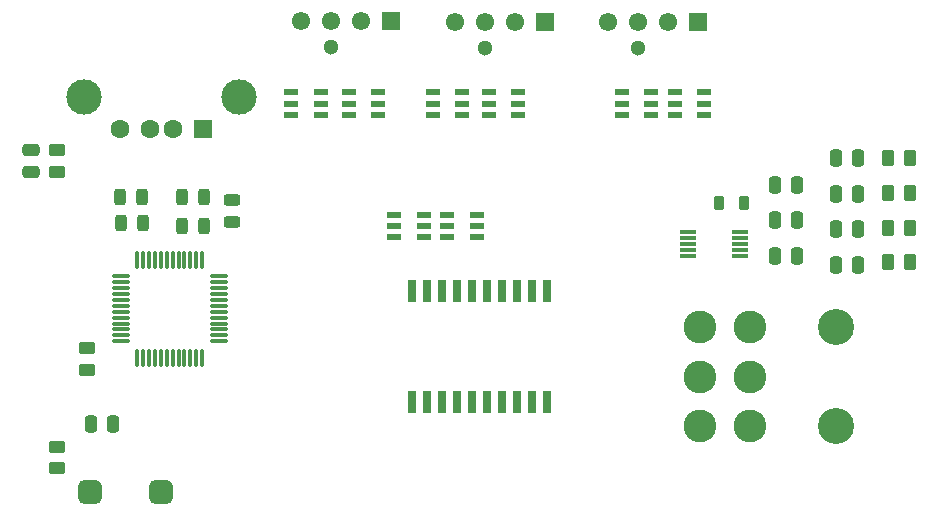
<source format=gbr>
%TF.GenerationSoftware,KiCad,Pcbnew,8.0.0*%
%TF.CreationDate,2024-03-19T18:53:14-05:00*%
%TF.ProjectId,playground,706c6179-6772-46f7-956e-642e6b696361,rev?*%
%TF.SameCoordinates,Original*%
%TF.FileFunction,Soldermask,Top*%
%TF.FilePolarity,Negative*%
%FSLAX46Y46*%
G04 Gerber Fmt 4.6, Leading zero omitted, Abs format (unit mm)*
G04 Created by KiCad (PCBNEW 8.0.0) date 2024-03-19 18:53:14*
%MOMM*%
%LPD*%
G01*
G04 APERTURE LIST*
G04 Aperture macros list*
%AMRoundRect*
0 Rectangle with rounded corners*
0 $1 Rounding radius*
0 $2 $3 $4 $5 $6 $7 $8 $9 X,Y pos of 4 corners*
0 Add a 4 corners polygon primitive as box body*
4,1,4,$2,$3,$4,$5,$6,$7,$8,$9,$2,$3,0*
0 Add four circle primitives for the rounded corners*
1,1,$1+$1,$2,$3*
1,1,$1+$1,$4,$5*
1,1,$1+$1,$6,$7*
1,1,$1+$1,$8,$9*
0 Add four rect primitives between the rounded corners*
20,1,$1+$1,$2,$3,$4,$5,0*
20,1,$1+$1,$4,$5,$6,$7,0*
20,1,$1+$1,$6,$7,$8,$9,0*
20,1,$1+$1,$8,$9,$2,$3,0*%
G04 Aperture macros list end*
%ADD10RoundRect,0.500000X-0.500000X-0.500000X0.500000X-0.500000X0.500000X0.500000X-0.500000X0.500000X0*%
%ADD11RoundRect,0.250000X-0.450000X0.262500X-0.450000X-0.262500X0.450000X-0.262500X0.450000X0.262500X0*%
%ADD12RoundRect,0.250000X-0.262500X-0.450000X0.262500X-0.450000X0.262500X0.450000X-0.262500X0.450000X0*%
%ADD13RoundRect,0.250000X-0.250000X-0.475000X0.250000X-0.475000X0.250000X0.475000X-0.250000X0.475000X0*%
%ADD14RoundRect,0.075000X0.075000X-0.662500X0.075000X0.662500X-0.075000X0.662500X-0.075000X-0.662500X0*%
%ADD15RoundRect,0.075000X0.662500X-0.075000X0.662500X0.075000X-0.662500X0.075000X-0.662500X-0.075000X0*%
%ADD16R,1.200000X0.600000*%
%ADD17RoundRect,0.218750X-0.218750X-0.381250X0.218750X-0.381250X0.218750X0.381250X-0.218750X0.381250X0*%
%ADD18C,3.050000*%
%ADD19C,2.775000*%
%ADD20RoundRect,0.243750X0.243750X0.456250X-0.243750X0.456250X-0.243750X-0.456250X0.243750X-0.456250X0*%
%ADD21C,1.300000*%
%ADD22R,1.530000X1.530000*%
%ADD23C,1.550000*%
%ADD24R,1.600000X1.500000*%
%ADD25C,1.600000*%
%ADD26C,3.000000*%
%ADD27R,0.700000X1.925000*%
%ADD28RoundRect,0.243750X-0.243750X-0.456250X0.243750X-0.456250X0.243750X0.456250X-0.243750X0.456250X0*%
%ADD29RoundRect,0.243750X0.456250X-0.243750X0.456250X0.243750X-0.456250X0.243750X-0.456250X-0.243750X0*%
%ADD30RoundRect,0.250000X-0.475000X0.250000X-0.475000X-0.250000X0.475000X-0.250000X0.475000X0.250000X0*%
%ADD31RoundRect,0.250000X0.450000X-0.262500X0.450000X0.262500X-0.450000X0.262500X-0.450000X-0.262500X0*%
%ADD32R,1.400000X0.300000*%
G04 APERTURE END LIST*
D10*
%TO.C,SW1*%
X108500000Y-95250000D03*
X114500000Y-95250000D03*
%TD*%
D11*
%TO.C,R3*%
X105750000Y-66337500D03*
X105750000Y-68162500D03*
%TD*%
D12*
%TO.C,R4*%
X176092500Y-66970000D03*
X177917500Y-66970000D03*
%TD*%
D13*
%TO.C,C8*%
X166475000Y-72260000D03*
X168375000Y-72260000D03*
%TD*%
D14*
%TO.C,U2*%
X112500000Y-83912500D03*
X113000000Y-83912500D03*
X113500000Y-83912500D03*
X114000000Y-83912500D03*
X114500000Y-83912500D03*
X115000000Y-83912500D03*
X115500000Y-83912500D03*
X116000000Y-83912500D03*
X116500000Y-83912500D03*
X117000000Y-83912500D03*
X117500000Y-83912500D03*
X118000000Y-83912500D03*
D15*
X119412500Y-82500000D03*
X119412500Y-82000000D03*
X119412500Y-81500000D03*
X119412500Y-81000000D03*
X119412500Y-80500000D03*
X119412500Y-80000000D03*
X119412500Y-79500000D03*
X119412500Y-79000000D03*
X119412500Y-78500000D03*
X119412500Y-78000000D03*
X119412500Y-77500000D03*
X119412500Y-77000000D03*
D14*
X118000000Y-75587500D03*
X117500000Y-75587500D03*
X117000000Y-75587500D03*
X116500000Y-75587500D03*
X116000000Y-75587500D03*
X115500000Y-75587500D03*
X115000000Y-75587500D03*
X114500000Y-75587500D03*
X114000000Y-75587500D03*
X113500000Y-75587500D03*
X113000000Y-75587500D03*
X112500000Y-75587500D03*
D15*
X111087500Y-77000000D03*
X111087500Y-77500000D03*
X111087500Y-78000000D03*
X111087500Y-78500000D03*
X111087500Y-79000000D03*
X111087500Y-79500000D03*
X111087500Y-80000000D03*
X111087500Y-80500000D03*
X111087500Y-81000000D03*
X111087500Y-81500000D03*
X111087500Y-82000000D03*
X111087500Y-82500000D03*
%TD*%
D16*
%TO.C,IC7*%
X138750000Y-71800000D03*
X138750000Y-72750000D03*
X138750000Y-73700000D03*
X141250000Y-73700000D03*
X141250000Y-72750000D03*
X141250000Y-71800000D03*
%TD*%
D17*
%TO.C,L1*%
X161750000Y-70750000D03*
X163875000Y-70750000D03*
%TD*%
D13*
%TO.C,C6*%
X171625000Y-76030000D03*
X173525000Y-76030000D03*
%TD*%
%TO.C,C9*%
X166475000Y-75270000D03*
X168375000Y-75270000D03*
%TD*%
D16*
%TO.C,IC8*%
X134250000Y-71800000D03*
X134250000Y-72750000D03*
X134250000Y-73700000D03*
X136750000Y-73700000D03*
X136750000Y-72750000D03*
X136750000Y-71800000D03*
%TD*%
D13*
%TO.C,C5*%
X171625000Y-73020000D03*
X173525000Y-73020000D03*
%TD*%
%TO.C,C3*%
X171625000Y-67000000D03*
X173525000Y-67000000D03*
%TD*%
D12*
%TO.C,R6*%
X176092500Y-72870000D03*
X177917500Y-72870000D03*
%TD*%
D18*
%TO.C,J6*%
X171644000Y-81300000D03*
X171644000Y-89700000D03*
D19*
X164344000Y-81300000D03*
X164344000Y-85500000D03*
X164344000Y-89700000D03*
X160144000Y-81300000D03*
X160144000Y-85500000D03*
X160144000Y-89700000D03*
%TD*%
D20*
%TO.C,D2*%
X118187500Y-72750000D03*
X116312500Y-72750000D03*
%TD*%
%TO.C,D3*%
X112937500Y-70250000D03*
X111062500Y-70250000D03*
%TD*%
D21*
%TO.C,J3*%
X141920000Y-57660000D03*
D22*
X147000000Y-55500000D03*
D23*
X144460000Y-55500000D03*
X141920000Y-55500000D03*
X139380000Y-55500000D03*
%TD*%
D24*
%TO.C,J7*%
X118070000Y-64510000D03*
D25*
X115570000Y-64510000D03*
X113570000Y-64510000D03*
X111070000Y-64510000D03*
D26*
X121140000Y-61800000D03*
X108000000Y-61800000D03*
%TD*%
D27*
%TO.C,IC9*%
X147160000Y-78250000D03*
X145890000Y-78250000D03*
X144620000Y-78250000D03*
X143350000Y-78250000D03*
X142080000Y-78250000D03*
X140810000Y-78250000D03*
X139540000Y-78250000D03*
X138270000Y-78250000D03*
X137000000Y-78250000D03*
X135730000Y-78250000D03*
X135730000Y-87674000D03*
X137000000Y-87674000D03*
X138270000Y-87674000D03*
X139540000Y-87674000D03*
X140810000Y-87674000D03*
X142080000Y-87674000D03*
X143350000Y-87674000D03*
X144620000Y-87674000D03*
X145890000Y-87674000D03*
X147160000Y-87674000D03*
%TD*%
D13*
%TO.C,C7*%
X166475000Y-69250000D03*
X168375000Y-69250000D03*
%TD*%
D16*
%TO.C,IC1*%
X132900000Y-63325000D03*
X132900000Y-62375000D03*
X132900000Y-61425000D03*
X130400000Y-61425000D03*
X130400000Y-62375000D03*
X130400000Y-63325000D03*
%TD*%
D28*
%TO.C,D4*%
X116250000Y-70250000D03*
X118125000Y-70250000D03*
%TD*%
D12*
%TO.C,R7*%
X176092500Y-75820000D03*
X177917500Y-75820000D03*
%TD*%
%TO.C,R5*%
X176092500Y-69920000D03*
X177917500Y-69920000D03*
%TD*%
D13*
%TO.C,C1*%
X108550000Y-89500000D03*
X110450000Y-89500000D03*
%TD*%
D29*
%TO.C,D5*%
X120500000Y-72397500D03*
X120500000Y-70522500D03*
%TD*%
D30*
%TO.C,C2*%
X103500000Y-66300000D03*
X103500000Y-68200000D03*
%TD*%
D21*
%TO.C,J2*%
X128920000Y-57565000D03*
D22*
X134000000Y-55405000D03*
D23*
X131460000Y-55405000D03*
X128920000Y-55405000D03*
X126380000Y-55405000D03*
%TD*%
D31*
%TO.C,R1*%
X105750000Y-93250000D03*
X105750000Y-91425000D03*
%TD*%
D32*
%TO.C,IC10*%
X159125000Y-73250000D03*
X159125000Y-73750000D03*
X159125000Y-74250000D03*
X159125000Y-74750000D03*
X159125000Y-75250000D03*
X163525000Y-75250000D03*
X163525000Y-74750000D03*
X163525000Y-74250000D03*
X163525000Y-73750000D03*
X163525000Y-73250000D03*
%TD*%
D31*
%TO.C,R2*%
X108250000Y-84912500D03*
X108250000Y-83087500D03*
%TD*%
D13*
%TO.C,C4*%
X171625000Y-70010000D03*
X173525000Y-70010000D03*
%TD*%
D16*
%TO.C,IC6*%
X140025000Y-63325000D03*
X140025000Y-62375000D03*
X140025000Y-61425000D03*
X137525000Y-61425000D03*
X137525000Y-62375000D03*
X137525000Y-63325000D03*
%TD*%
D21*
%TO.C,J4*%
X154920000Y-57660000D03*
D22*
X160000000Y-55500000D03*
D23*
X157460000Y-55500000D03*
X154920000Y-55500000D03*
X152380000Y-55500000D03*
%TD*%
D16*
%TO.C,IC3*%
X156025000Y-63325000D03*
X156025000Y-62375000D03*
X156025000Y-61425000D03*
X153525000Y-61425000D03*
X153525000Y-62375000D03*
X153525000Y-63325000D03*
%TD*%
D28*
%TO.C,D1*%
X111125000Y-72500000D03*
X113000000Y-72500000D03*
%TD*%
D16*
%TO.C,IC5*%
X128025000Y-63325000D03*
X128025000Y-62375000D03*
X128025000Y-61425000D03*
X125525000Y-61425000D03*
X125525000Y-62375000D03*
X125525000Y-63325000D03*
%TD*%
%TO.C,IC2*%
X144750000Y-63325000D03*
X144750000Y-62375000D03*
X144750000Y-61425000D03*
X142250000Y-61425000D03*
X142250000Y-62375000D03*
X142250000Y-63325000D03*
%TD*%
%TO.C,IC4*%
X160525000Y-63325000D03*
X160525000Y-62375000D03*
X160525000Y-61425000D03*
X158025000Y-61425000D03*
X158025000Y-62375000D03*
X158025000Y-63325000D03*
%TD*%
M02*

</source>
